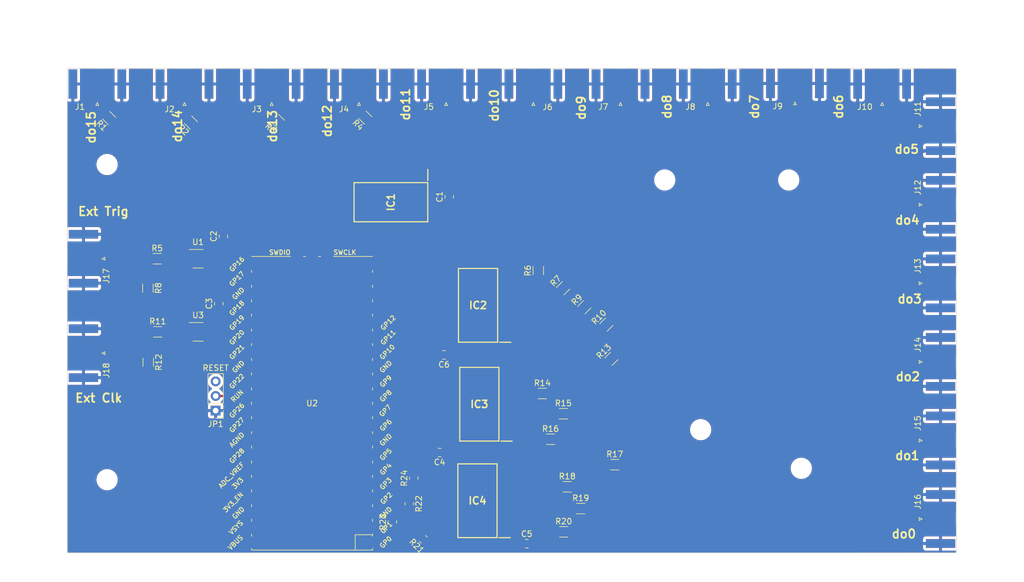
<source format=kicad_pcb>
(kicad_pcb (version 20221018) (generator pcbnew)
  (layers (0 "F.Cu" signal) (31 "B.Cu" signal) (34 "B.Paste" user) (35 "F.Paste" user) (36 "B.SilkS" user "B.Silkscreen") (37 "F.SilkS" user "F.Silkscreen") (38 "B.Mask" user) (39 "F.Mask" user) (44 "Edge.Cuts" user))
  (net 0 "")
  (net 1 "3_3V_Pico")
  (net 2 "GND")
  (net 3 "Net-(IC1-A0)")
  (net 4 "Net-(IC3-A0)")
  (net 5 "Net-(IC1-A2)")
  (net 6 "Net-(IC3-A2)")
  (net 7 "Net-(IC1-A4)")
  (net 8 "Net-(IC3-A4)")
  (net 9 "Net-(IC1-A6)")
  (net 10 "Net-(IC3-A6)")
  (net 11 "Net-(IC3-B6)")
  (net 12 "Net-(IC1-B6)")
  (net 13 "Net-(IC3-B4)")
  (net 14 "Net-(IC1-B4)")
  (net 15 "Net-(IC3-B2)")
  (net 16 "Net-(IC1-B2)")
  (net 17 "Net-(IC3-B0)")
  (net 18 "Net-(IC1-B0)")
  (net 19 "Net-(IC2-A0)")
  (net 20 "Net-(IC4-A0)")
  (net 21 "Net-(IC2-A2)")
  (net 22 "Net-(IC4-A2)")
  (net 23 "Net-(IC2-A4)")
  (net 24 "Net-(IC4-A4)")
  (net 25 "Net-(IC2-A6)")
  (net 26 "Net-(IC4-A6)")
  (net 27 "Net-(IC4-B6)")
  (net 28 "Net-(IC2-B6)")
  (net 29 "Net-(IC4-B4)")
  (net 30 "Net-(IC2-B4)")
  (net 31 "Net-(IC4-B2)")
  (net 32 "Net-(IC2-B2)")
  (net 33 "Net-(IC4-B0)")
  (net 34 "Net-(IC2-B0)")
  (net 35 "do7")
  (net 36 "do0")
  (net 37 "do15")
  (net 38 "do8")
  (net 39 "do14")
  (net 40 "do6")
  (net 41 "do9")
  (net 42 "do1")
  (net 43 "do13")
  (net 44 "do5")
  (net 45 "do10")
  (net 46 "do2")
  (net 47 "do12")
  (net 48 "do4")
  (net 49 "do3")
  (net 50 "Net-(R5-Pad2)")
  (net 51 "Net-(R11-Pad2)")
  (net 53 "Net-(U2-GPIO16)")
  (net 57 "Net-(U2-GPIO20)")
  (net 71 "Net-(JP1-C)")
  (net 72 "do11")
  (net 73 "Net-(J17-In)")
  (net 74 "Net-(J18-In)")
  (footprint "Resistor_SMD:R_1206_3216Metric_Pad1.30x1.75mm_HandSolder" (layer "F.Cu") (at 150.39 110.6424)
    (fp_text reference "R14")
    (fp_text value "49.9")
  )
  (footprint "Resistor_SMD:R_1206_3216Metric_Pad1.30x1.75mm_HandSolder" (layer "F.Cu") (at 81.944 105.215 -90)
    (fp_text reference "R12")
    (fp_text value "47k")
  )
  (footprint "Resistor_SMD:R_1206_3216Metric_Pad1.30x1.75mm_HandSolder" (layer "F.Cu") (at 162.96 123)
    (fp_text reference "R17")
    (fp_text value "49.9")
  )
  (footprint "Resistor_SMD:R_1206_3216Metric_Pad1.30x1.75mm_HandSolder" (layer "F.Cu") (at 154.03 114.15)
    (fp_text reference "R15")
    (fp_text value "49.9")
  )
  (footprint "Connector_Coaxial:SMA_Amphenol_132289_EdgeMount" (layer "F.Cu") (at 209.394448 56.9 90)
    (fp_text reference "J10")
    (fp_text value "do6")
  )
  (footprint "Connector_Coaxial:SMA_Amphenol_132289_EdgeMount" (layer "F.Cu") (at 179.105556 56.9 90)
    (fp_text reference "J8")
    (fp_text value "do8")
  )
  (footprint "Resistor_SMD:R_1206_3216Metric_Pad1.30x1.75mm_HandSolder" (layer "F.Cu") (at 161.5 98.67 45)
    (fp_text reference "R10")
    (fp_text value "49.9")
  )
  (footprint "Connector_Coaxial:SMA_Amphenol_132289_EdgeMount" (layer "F.Cu") (at 219.531948 77.866071)
    (fp_text reference "J12")
    (fp_text value "do4")
  )
  (footprint "Connector_Coaxial:SMA_Amphenol_132289_EdgeMount" (layer "F.Cu") (at 73.094448 56.9 90)
    (fp_text reference "J1")
    (fp_text value "do15")
  )
  (footprint "Connector_Coaxial:SMA_Amphenol_132289_EdgeMount" (layer "F.Cu") (at 70.694448 103.6375 180)
    (fp_text reference "J18")
    (fp_text value "Ext. Clk.")
  )
  (footprint "MCU_RaspberryPi_and_Boards:RPi_Pico_SMD" (layer "F.Cu") (at 110.394448 112.3375 180)
    (fp_text reference "U2")
    (fp_text value "Pico")
  )
  (footprint "Resistor_SMD:R_1206_3216Metric_Pad1.30x1.75mm_HandSolder" (layer "F.Cu") (at 149.68 89.3 90)
    (fp_text reference "R6")
    (fp_text value "49.9")
  )
  (footprint "MountingHole:MountingHole_3.2mm_M3" (layer "F.Cu") (at 74.8 125.61)
    (fp_text reference "REF**" hide)
    (fp_text value "MountingHole_3.2mm_M3" hide)
  )
  (footprint "Capacitor_SMD:C_0805_2012Metric_Pad1.18x1.45mm_HandSolder" (layer "F.Cu") (at 134.22 76.48 90)
    (fp_text reference "C1")
    (fp_text value "100n")
  )
  (footprint "Resistor_SMD:R_1206_3216Metric_Pad1.30x1.75mm_HandSolder" (layer "F.Cu") (at 153.98 92.37 45)
    (fp_text reference "R7")
    (fp_text value "49.9")
  )
  (footprint "Resistor_SMD:R_1206_3216Metric_Pad1.30x1.75mm_HandSolder" (layer "F.Cu") (at 104.46 63.34 135)
    (fp_text reference "R3")
    (fp_text value "49.9")
  )
  (footprint "Resistor_SMD:R_0805_2012Metric_Pad1.20x1.40mm_HandSolder" (layer "F.Cu") (at 127.28 129.79 -90)
    (fp_text reference "R22")
    (fp_text value "10k")
  )
  (footprint "Resistor_SMD:R_1206_3216Metric_Pad1.30x1.75mm_HandSolder" (layer "F.Cu") (at 75.14 62.82 135)
    (fp_text reference "R1")
    (fp_text value "49.9")
  )
  (footprint "Capacitor_SMD:C_0805_2012Metric_Pad1.18x1.45mm_HandSolder" (layer "F.Cu") (at 94.994448 83.3375 90)
    (fp_text reference "C2")
    (fp_text value "100n")
  )
  (footprint "Connector_PinHeader_2.54mm:PinHeader_1x03_P2.54mm_Vertical" (layer "F.Cu") (at 93.6498 113.6142 180)
    (fp_text reference "JP1")
    (fp_text value "RESET")
  )
  (footprint "Resistor_SMD:R_1206_3216Metric_Pad1.30x1.75mm_HandSolder" (layer "F.Cu") (at 154.71 126.85)
    (fp_text reference "R18")
    (fp_text value "49.9")
  )
  (footprint "Resistor_SMD:R_1206_3216Metric_Pad1.30x1.75mm_HandSolder" (layer "F.Cu") (at 83.494448 87.2375)
    (fp_text reference "R5")
    (fp_text value "470")
  )
  (footprint "Resistor_SMD:R_1206_3216Metric_Pad1.30x1.75mm_HandSolder" (layer "F.Cu") (at 154.09 134.67)
    (fp_text reference "R20")
    (fp_text value "49.9")
  )
  (footprint "Capacitor_SMD:C_0805_2012Metric_Pad1.18x1.45mm_HandSolder" (layer "F.Cu") (at 132.54 120.89 180)
    (fp_text reference "C4")
    (fp_text value "100n")
  )
  (footprint "Resistor_SMD:R_1206_3216Metric_Pad1.30x1.75mm_HandSolder" (layer "F.Cu") (at 157.663984 95.646016 45)
    (fp_text reference "R9")
    (fp_text value "49.9")
  )
  (footprint "Resistor_SMD:R_1206_3216Metric_Pad1.30x1.75mm_HandSolder" (layer "F.Cu") (at 83.594448 99.9375)
    (fp_text reference "R11")
    (fp_text value "470")
  )
  (footprint "Connector_Coaxial:SMA_Amphenol_132289_EdgeMount" (layer "F.Cu") (at 70.694448 87.2375 180)
    (fp_text reference "J17")
    (fp_text value "Ext. Trig.")
  )
  (footprint "Capacitor_SMD:C_0805_2012Metric_Pad1.18x1.45mm_HandSolder" (layer "F.Cu") (at 94.194448 95.0375 90)
    (fp_text reference "C3")
    (fp_text value "100n")
  )
  (footprint "MountingHole:MountingHole_3.2mm_M3" (layer "F.Cu") (at 195.35 123.63)
    (fp_text reference "REF**" hide)
    (fp_text value "MountingHole_3.2mm_M3" hide)
  )
  (footprint "MountingHole:MountingHole_3.2mm_M3" (layer "F.Cu") (at 74.8 70.88)
    (fp_text reference "REF**" hide)
    (fp_text value "MountingHole_3.2mm_M3" hide)
  )
  (footprint "Resistor_SMD:R_1206_3216Metric_Pad1.30x1.75mm_HandSolder" (layer "F.Cu") (at 157.05 130.62)
    (fp_text reference "R19")
    (fp_text value "49.9")
  )
  (footprint "MountingHole:MountingHole_3.2mm_M3" (layer "F.Cu") (at 193.17 73.56)
    (fp_text reference "REF**" hide)
    (fp_text value "MountingHole_3.2mm_M3" hide)
  )
  (footprint "ICs:SOIC127P1032X265-20N" (layer "F.Cu") (at 124.08 77.42 -90)
    (fp_text reference "IC1")
    (fp_text value "74LVT245D,118" hide)
  )
  (footprint "Connector_Coaxial:SMA_Amphenol_132289_EdgeMount" (layer "F.Cu") (at 194.25 56.8 90)
    (fp_text reference "J9")
    (fp_text value "do7")
  )
  (footprint "Package_TO_SOT_SMD:SOT-23-5_HandSoldering" (layer "F.Cu") (at 90.594448 87.2375)
    (fp_text reference "U1")
    (fp_text value "74LVC1G17")
  )
  (footprint "Connector_Coaxial:SMA_Amphenol_132289_EdgeMount" (layer "F.Cu") (at 219.531948 105.151785)
    (fp_text reference "J14")
    (fp_text value "do2")
  )
  (footprint "MountingHole:MountingHole_3.2mm_M3" (layer "F.Cu") (at 171.64 73.56)
    (fp_text reference "REF**" hide)
    (fp_text value "MountingHole_3.2mm_M3" hide)
  )
  (footprint "Connector_Coaxial:SMA_Amphenol_132289_EdgeMount" (layer "F.Cu") (at 118.52778 56.9 90)
    (fp_text reference "J4")
    (fp_text value "do12")
  )
  (footprint "Connector_Coaxial:SMA_Amphenol_132289_EdgeMount" (layer "F.Cu") (at 88.238892 56.9 90)
    (fp_text reference "J2")
    (fp_text value "do14")
  )
  (footprint "Resistor_SMD:R_0805_2012Metric_Pad1.20x1.40mm_HandSolder" (layer "F.Cu") (at 128.05 125.34 90)
    (fp_text reference "R24")
    (fp_text value "10k")
  )
  (footprint "MountingHole:MountingHole_3.2mm_M3" (layer "F.Cu") (at 177.88 116.92)
    (fp_text reference "REF**" hide)
    (fp_text value "MountingHole_3.2mm_M3" hide)
  )
  (footprint "ICs:SOIC127P1032X265-20N" (layer "F.Cu") (at 139.2174 95.3262 180)
    (fp_text reference "IC2")
    (fp_text value "74LVT245D,118" hide)
  )
  (footprint "ICs:SOIC127P1032X265-20N" (layer "F.Cu") (at 139.44 112.5 180)
    (fp_text reference "IC3")
    (fp_text value "74LVT245D,118" hide)
  )
  (footprint "ICs:SOIC127P1032X265-20N" (layer "F.Cu") (at 139.1158 129.2606 180)
    (fp_text reference "IC4")
    (fp_text value "74LVT245D,118" hide)
  )
  (footprint "Connector_Coaxial:SMA_Amphenol_132289_EdgeMount" (layer "F.Cu") (at 219.531948 132.4375)
    (fp_text reference "J16")
    (fp_text value "do0")
  )
  (footprint "Resistor_SMD:R_1206_3216Metric_Pad1.30x1.75mm_HandSolder" (layer "F.Cu") (at 81.887 92.338 -90)
    (fp_text reference "R8")
    (fp_text value "47k")
  )
  (footprint "Connector_Coaxial:SMA_Amphenol_132289_EdgeMount" (layer "F.Cu") (at 103.383336 56.9 90)
    (fp_text reference "J3")
    (fp_text value "do13")
  )
  (footprint "Connector_Coaxial:SMA_Amphenol_132289_EdgeMount" (layer "F.Cu") (at 133.672224 56.9 90)
    (fp_text reference "J5")
    (fp_text value "do11")
  )
  (footprint "Resistor_SMD:R_1206_3216Metric_Pad1.30x1.75mm_HandSolder" (layer "F.Cu") (at 151.81 118.59)
    (fp_text reference "R16")
    (fp_text value "49.9")
  )
  (footprint "Capacitor_SMD:C_0805_2012Metric_Pad1.18x1.45mm_HandSolder" (layer "F.Cu") (at 133.31 103.94 180)
    (fp_text reference "C6")
    (fp_text value "100n")
  )
  (footprint "Capacitor_SMD:C_0805_2012Metric_Pad1.18x1.45mm_HandSolder" (layer "F.Cu") (at 147.67 136.71)
    (fp_text reference "C5")
    (fp_text value "100n")
  )
  (footprint "Resistor_SMD:R_1206_3216Metric_Pad1.30x1.75mm_HandSolder" (layer "F.Cu") (at 162.35 104.63 45)
    (fp_text reference "R13")
    (fp_text value "49.9")
  )
  (footprint "Resistor_SMD:R_0805_2012Metric_Pad1.20x1.40mm_HandSolder" (layer "F.Cu") (at 129.73 135.96 135)
    (fp_text reference "R21")
    (fp_text value "10k")
  )
  (footprint "Connector_Coaxial:SMA_Amphenol_132289_EdgeMount" (layer "F.Cu") (at 148.816668 56.9 90)
    (fp_text reference "J6")
    (fp_text value "do10")
  )
  (footprint "Connector_Coaxial:SMA_Amphenol_132289_EdgeMount" (layer "F.Cu") (at 219.531948 91.508928)
    (fp_text reference "J13")
    (fp_text value "do3")
  )
  (footprint "Resistor_SMD:R_1206_3216Metric_Pad1.30x1.75mm_HandSolder" (layer "F.Cu") (at 119.64 62.73 135)
    (fp_text reference "R4")
    (fp_text value "49.9")
  )
  (footprint "Package_TO_SOT_SMD:SOT-23-5_HandSoldering" (layer "F.Cu") (at 90.594448 99.9375)
    (fp_text reference "U3")
    (fp_text value "74LVC1G34")
  )
  (footprint "Resistor_SMD:R_0805_2012Metric_Pad1.20x1.40mm_HandSolder" (layer "F.Cu") (at 124.35 132.96 90)
    (fp_text reference "R23")
    (fp_text value "10k")
  )
  (footprint "Connector_Coaxial:SMA_Amphenol_132289_EdgeMount" (layer "F.Cu") (at 219.531948 64.223214)
    (fp_text reference "J11")
    (fp_text value "do5")
  )
  (footprint "Connector_Coaxial:SMA_Amphenol_132289_EdgeMount" (layer "F.Cu") (at 163.961112 56.9 90)
    (fp_text reference "J7")
    (fp_text value "do9")
  )
  (footprint "Connector_Coaxial:SMA_Amphenol_132289_EdgeMount" (layer "F.Cu") (at 219.531948 118.794642)
    (fp_text reference "J15")
    (fp_text value "do1")
  )
  (footprint "Resistor_SMD:R_1206_3216Metric_Pad1.30x1.75mm_HandSolder" (layer "F.Cu") (at 89.36 63.6 135)
    (fp_text reference "R2")
    (fp_text value "49.9")
  )
  (gr_rect (start 67.9 54.2) (end 222.3 138.3) (stroke (width 0.1)) (fill none) (layer "Edge.Cuts"))
  (gr_text "do6" (at 202.7 63.1 90) (layer "F.SilkS") (effects (font (size 1.5 1.5) (thickness 0.3) bold) (justify left bottom)))
  (gr_text "do2" (at 211.6 108.6) (layer "F.SilkS") (effects (font (size 1.5 1.5) (thickness 0.3) bold) (justify left bottom)))
  (gr_text "do12" (at 113.9 66.3 90) (layer "F.SilkS") (effects (font (size 1.5 1.5) (thickness 0.3) bold) (justify left bottom)))
  (gr_text "do5" (at 211.4 69.1) (layer "F.SilkS") (effects (font (size 1.5 1.5) (thickness 0.3) bold) (justify left bottom)))
  (gr_text "do7" (at 188.1 63.1 90) (layer "F.SilkS") (effects (font (size 1.5 1.5) (thickness 0.3) bold) (justify left bottom)))
  (gr_text "do8" (at 172.9 63.1 90) (layer "F.SilkS") (effects (font (size 1.5 1.5) (thickness 0.3) bold) (justify left bottom)))
  (gr_text "do11" (at 127.5 63.4 90) (layer "F.SilkS") (effects (font (size 1.5 1.5) (thickness 0.3) bold) (justify left bottom)))
  (gr_text "do9" (at 158 63.3 90) (layer "F.SilkS") (effects (font (size 1.5 1.5) (thickness 0.3) bold) (justify left bottom)))
  (gr_text "Ext Clk" (at 69.1 112.3) (layer "F.SilkS") (effects (font (size 1.5 1.5) (thickness 0.3) bold) (justify left bottom)))
  (gr_text "Ext Trig" (at 69.6 79.9) (layer "F.SilkS") (effects (font (size 1.5 1.5) (thickness 0.3) bold) (justify left bottom)))
  (gr_text "do1" (at 211.5 122.3) (layer "F.SilkS") (effects (font (size 1.5 1.5) (thickness 0.3) bold) (justify left bottom)))
  (gr_text "do10" (at 142.9 63.6 90) (layer "F.SilkS") (effects (font (size 1.5 1.5) (thickness 0.3) bold) (justify left bottom)))
  (gr_text "do14" (at 87.9 67.2 90) (layer "F.SilkS") (effects (font (size 1.5 1.5) (thickness 0.3) bold) (justify left bottom)))
  (gr_text "do13" (at 104.4 67.2 90) (layer "F.SilkS") (effects (font (size 1.5 1.5) (thickness 0.3) bold) (justify left bottom)))
  (gr_text "do4" (at 211.5 81.4) (layer "F.SilkS") (effects (font (size 1.5 1.5) (thickness 0.3) bold) (justify left bottom)))
  (gr_text "do3" (at 211.9 95.1) (layer "F.SilkS") (effects (font (size 1.5 1.5) (thickness 0.3) bold) (justify left bottom)))
  (gr_text "do15" (at 72.9 67.4 90) (layer "F.SilkS") (effects (font (size 1.5 1.5) (thickness 0.3) bold) (justify left bottom)))
  (gr_text "do0" (at 210.9 135.9) (layer "F.SilkS") (effects (font (size 1.5 1.5) (thickness 0.3) bold) (justify left bottom)))
  (segment (start 90.594448 86.6375) (end 90.944448 86.2875) (width 0.4) (layer "F.Cu") (net 1))
  (segment (start 90.944448 86.2875) (end 91.944448 86.2875) (width 0.4) (layer "F.Cu") (net 1))
  (segment (start 139.16 103.99) (end 139.16 104.01) (width 0.4) (layer "F.Cu") (net 1))
  (segment (start 131.28 78.25) (end 132.895 79.865) (width 0.4) (layer "F.Cu") (net 1))
  (segment (start 92.8925 98.9875) (end 94.194448 97.685552) (width 0.4) (layer "F.Cu") (net 1))
  (segment (start 91.944448 98.9875) (end 92.8925 98.9875) (width 0.4) (layer "F.Cu") (net 1))
  (segment (start 139.16 103.33) (end 139.16 103.99) (width 0.4) (layer "F.Cu") (net 1))
  (segment (start 134.22 78.54) (end 132.895 79.865) (width 0.4) (layer "F.Cu") (net 1))
  (segment (start 137.8944 134.9756) (end 134.3908 134.9756) (width 0.4) (layer "F.Cu") (net 1))
  (segment (start 102.5 78.25) (end 129.75 78.25) (width 0.4) (layer "F.Cu") (net 1))
  (segment (start 94.994448 85.575552) (end 94.994448 84.375) (width 0.4) (layer "F.Cu") (net 1))
  (segment (start 139.16 101.02) (end 139.16 103.33) (width 0.4) (layer "F.Cu") (net 1))
  (segment (start 139.09 103.94) (end 139.16 104.01) (width 0.4) (layer "F.Cu") (net 1))
  (segment (start 134.22 77.5175) (end 134.22 78.54) (width 0.4) (layer "F.Cu") (net 1))
  (segment (start 134.715 118.215) (end 134.7624 118.2624) (width 0.4) (layer "F.Cu") (net 1))
  (segment (start 101.504448 126.3075) (end 101.474448 126.3375) (width 0.4) (layer "F.Cu") (net 1))
  (segment (start 90.594448 121.6375) (end 90.594448 99.2375) (width 0.4) (layer "F.Cu") (net 1))
  (segment (start 134.4924 101.0412) (end 139.1388 101.0412) (width 0.4) (layer "F.Cu") (net 1))
  (segment (start 139.6288 136.71) (end 137.8944 134.9756) (width 0.4) (layer "F.Cu") (net 1))
  (segment (start 139.16 120.91) (end 139.16 133.71) (width 0.4) (layer "F.Cu") (net 1))
  (segment (start 94.994448 84.375) (end 96.375 84.375) (width 0.4) (layer "F.Cu") (net 1))
  (segment (start 132.895 79.865) (end 139.16 86.13) (width 0.4) (layer "F.Cu") (net 1))
  (segment (start 91.944448 86.2875) (end 94.2825 86.2875) (width 0.4) (layer "F.Cu") (net 1))
  (segment (start 139.1388 101.0412) (end 139.16 101.02) (width 0.4) (layer "F.Cu") (net 1))
  (segment (start 139.16 86.13) (end 139.16 101.02) (width 0.4) (layer "F.Cu") (net 1))
  (segment (start 129.795 78.295) (end 129.75 78.25) (width 0.4) (layer "F.Cu") (net 1))
  (segment (start 95.294448 126.3375) (end 90.594448 121.6375) (width 0.4) (layer "F.Cu") (net 1))
  (segment (start 90.594448 99.2375) (end 90.594448 86.6375) (width 0.4) (layer "F.Cu") (net 1))
  (segment (start 94.2825 86.2875) (end 94.994448 85.575552) (width 0.4) (layer "F.Cu") (net 1))
  (segment (start 139.1076 118.2624) (end 139.16 118.21) (width 0.4) (layer "F.Cu") (net 1))
  (segment (start 139.16 104.01) (end 139.16 118.21) (width 0.4) (layer "F.Cu") (net 1))
  (segment (start 146.6325 136.71) (end 139.6288 136.71) (width 0.4) (layer "F.Cu") (net 1))
  (segment (start 129.795 82.145) (end 129.795 78.295) (width 0.4) (layer "F.Cu") (net 1))
  (segment (start 134.7624 118.2624) (end 139.1076 118.2624) (width 0.4) (layer "F.Cu") (net 1))
  (segment (start 94.194448 97.685552) (end 94.194448 96.075) (width 0.4) (layer "F.Cu") (net 1))
  (segment (start 101.474448 126.3375) (end 95.294448 126.3375) (width 0.4) (layer "F.Cu") (net 1))
  (segment (start 139.16 118.21) (end 139.16 120.41) (width 0.4) (layer "F.Cu") (net 1))
  (segment (start 90.844448 98.9875) (end 91.944448 98.9875) (width 0.4) (layer "F.Cu") (net 1))
  (segment (start 90.594448 99.2375) (end 90.844448 98.9875) (width 0.4) (layer "F.Cu") (net 1))
  (segment (start 96.375 84.375) (end 102.5 78.25) (width 0.4) (layer "F.Cu") (net 1))
  (segment (start 139.16 120.41) (end 139.16 120.91) (width 0.4) (layer "F.Cu") (net 1))
  (segment (start 133.5775 120.89) (end 133.5875 120.88) (width 0.4) (layer "F.Cu") (net 1))
  (segment (start 134.3475 103.94) (end 139.09 103.94) (width 0.4) (layer "F.Cu") (net 1))
  (segment (start 139.16 133.71) (end 137.8944 134.9756) (width 0.4) (layer "F.Cu") (net 1))
  (segment (start 129.75 78.25) (end 131.28 78.25) (width 0.4) (layer "F.Cu") (net 1))
  (segment (start 133.5875 120.88) (end 139.16 120.88) (width 0.4) (layer "F.Cu") (net 1))
  (segment (start 216.65 68.67) (end 216.846786 68.473214) (width 0.4) (layer "F.Cu") (net 2))
  (segment (start 219.531948 68.473214) (end 216.846786 68.473214) (width 0.4) (layer "F.Cu") (net 2))
  (segment (start 128.525 72.695) (end 128.525 71.488984) (width 0.4) (layer "F.Cu") (net 3))
  (segment (start 120.736016 63.826016) (end 127.09 70.18) (width 0.4) (layer "F.Cu") (net 3))
  (segment (start 127.216016 72.656016) (end 127.255 72.695) (width 0.4) (layer "F.Cu") (net 3))
  (segment (start 127.09 70.18) (end 127.216016 70.18) (width 0.4) (layer "F.Cu") (net 3))
  (segment (start 127.216016 70.18) (end 127.216016 72.656016) (width 0.4) (layer "F.Cu") (net 3))
  (segment (start 128.525 71.488984) (end 127.216016 70.18) (width 0.4) (layer "F.Cu") (net 3))
  (segment (start 145.865 115.675) (end 144.165 115.675) (width 0.4) (layer "F.Cu") (net 4))
  (segment (start 147.58 117.39) (end 145.865 115.675) (width 0.4) (layer "F.Cu") (net 4))
  (segment (start 147.135 116.945) (end 147.58 117.39) (width 0.4) (layer "F.Cu") (net 4))
  (segment (start 150.12 118.73) (end 148.92 118.73) (width 0.4) (layer "F.Cu") (net 4))
  (segment (start 144.165 116.945) (end 147.135 116.945) (width 0.4) (layer "F.Cu") (net 4))
  (segment (start 150.26 118.59) (end 150.12 118.73) (width 0.4) (layer "F.Cu") (net 4))
  (segment (start 148.92 118.73) (end 147.58 117.39) (width 0.4) (layer "F.Cu") (net 4))
  (segment (start 105.556016 64.436016) (end 117.676016 64.436016) (width 0.4) (layer "F.Cu") (net 5))
  (segment (start 123.35 70.11) (end 124.715 71.475) (width 0.4) (layer "F.Cu") (net 5))
  (segment (start 124.715 71.475) (end 124.715 72.695) (width 0.4) (layer "F.Cu") (net 5))
  (segment (start 124.86 70.11) (end 123.35 70.11) (width 0.4) (layer "F.Cu") (net 5))
  (segment (start 117.676016 64.436016) (end 123.35 70.11) (width 0.4) (layer "F.Cu") (net 5))
  (segment (start 125.985 72.695) (end 125.985 71.235) (width 0.4) (layer "F.Cu") (net 5))
  (segment (start 125.985 71.235) (end 124.86 70.11) (width 0.4) (layer "F.Cu") (net 5))
  (segment (start 146.975 114.405) (end 147.23 114.15) (width 0.4) (layer "F.Cu") (net 6))
  (segment (start 147.23 114.15) (end 146.215 113.135) (width 0.4) (layer "F.Cu") (net 6))
  (segment (start 152.48 114.15) (end 147.23 114.15) (width 0.4) (layer "F.Cu") (net 6))
  (segment (start 146.215 113.135) (end 144.165 113.135) (width 0.4) (layer "F.Cu") (net 6))
  (segment (start 144.165 114.405) (end 146.975 114.405) (width 0.4) (layer "F.Cu") (net 6))
  (segment (start 121.2 70.61) (end 96.37 70.61) (width 0.4) (layer "F.Cu") (net 7))
  (segment (start 122.5 70.61) (end 121.2 70.61) (width 0.4) (layer "F.Cu") (net 7))
  (segment (start 123.445 72.695) (end 123.445 71.555) (width 0.4) (layer "F.Cu") (net 7))
  (segment (start 121.2 70.61) (end 122.175 71.585) (width 0.4) (layer "F.Cu") (net 7))
  (segment (start 122.175 71.585) (end 122.175 72.695) (width 0.4) (layer "F.Cu") (net 7))
  (segment (start 123.445 71.555) (end 122.5 70.61) (width 0.4) (layer "F.Cu") (net 7))
  (segment (start 96.37 70.61) (end 90.456016 64.696016) (width 0.4) (layer "F.Cu") (net 7))
  (segment (start 144.2124 110.6424) (end 144.165 110.595) (width 0.4) (layer "F.Cu") (net 8))
  (segment (start 148.8176 110.6424) (end 144.2124 110.6424) (width 0.4) (layer "F.Cu") (net 8))
  (segment (start 145.2974 111.865) (end 146.52 110.6424) (width 0.4) (layer "F.Cu") (net 8))
  (segment (start 144.165 111.865) (end 145.2974 111.865) (width 0.4) (layer "F.Cu") (net 8))
  (segment (start 76.236016 63.916016) (end 87 74.68) (width 0.4) (layer "F.Cu") (net 9))
  (segment (start 120.905 72.695) (end 120.905 74.155) (width 0.4) (layer "F.Cu") (net 9))
  (segment (start 120.905 74.155) (end 120.37 74.69) (width 0.4) (layer "F.Cu") (net 9))
  (segment (start 119.635 74.07) (end 119.635 72.695) (width 0.4) (layer "F.Cu") (net 9))
  (segment (start 119.025 74.68) (end 119.635 74.07) (width 0.4) (layer "F.Cu") (net 9))
  (segment (start 87 74.68) (end 119.025 74.68) (width 0.4) (layer "F.Cu") (net 9))
  (segment (start 120.36 74.68) (end 119.025 74.68) (width 0.4) (layer "F.Cu") (net 9))
  (segment (start 120.37 74.69) (end 120.36 74.68) (width 0.4) (layer "F.Cu") (net 9))
  (segment (start 146.93 108.1024) (end 147.39 107.6424) (width 0.4) (layer "F.Cu") (net 10))
  (segment (start 147.39 107.6424) (end 147.39 107.64) (width 0.4) (layer "F.Cu") (net 10))
  (segment (start 145.7074 109.325) (end 146.93 108.1024) (width 0.4) (layer "F.Cu") (net 10))
  (segment (start 159.69 107.29) (end 147.74 107.29) (width 0.4) (layer "F.Cu") (net 10))
  (segment (start 144.165 108.055) (end 144.2124 108.1024) (width 0.4) (layer "F.Cu") (net 10))
  (segment (start 144.2124 108.1024) (end 146.93 108.1024) (width 0.4) (layer "F.Cu") (net 10))
  (segment (start 147.74 107.29) (end 147.39 107.64) (width 0.4) (layer "F.Cu") (net 10))
  (segment (start 144.165 109.325) (end 145.7074 109.325) (width 0.4) (layer "F.Cu") (net 10))
  (segment (start 161.253984 105.726016) (end 159.69 107.29) (width 0.4) (layer "F.Cu") (net 10))
  (segment (start 134.715 106.785) (end 133.0574 106.785) (width 0.4) (layer "F.Cu") (net 11))
  (segment (start 134.6676 108.1024) (end 132.2724 108.1024) (width 0.4) (layer "F.Cu") (net 11))
  (segment (start 131.74 108.1024) (end 132.2724 108.1024) (width 0.4) (layer "F.Cu") (net 11))
  (segment (start 130.6176 108.1024) (end 125.1125 113.6075) (width 0.4) (layer "F.Cu") (net 11))
  (segment (start 134.715 108.055) (end 134.6676 108.1024) (width 0.4) (layer "F.Cu") (net 11))
  (segment (start 133.0574 106.785) (end 131.74 108.1024) (width 0.4) (layer "F.Cu") (net 11))
  (segment (start 125.1125 113.6075) (end 119.284448 113.6075) (width 0.4) (layer "F.Cu") (net 11))
  (segment (start 132.2724 108.1024) (end 130.6176 108.1024) (width 0.4) (layer "F.Cu") (net 11))
  (segment (start 119.635 83.52) (end 118.365 84.79) (width 0.4) (layer "F.Cu") (net 12))
  (segment (start 118.365 87.288052) (end 118.365 84.79) (width 0.4) (layer "F.Cu") (net 12))
  (segment (start 119.635 82.145) (end 119.635 83.52) (width 0.4) (layer "F.Cu") (net 12))
  (segment (start 118.365 84.79) (end 118.365 82.145) (width 0.4) (layer "F.Cu") (net 12))
  (segment (start 119.284448 88.2075) (end 118.365 87.288052) (width 0.4) (layer "F.Cu") (net 12))
  (segment (start 130.85 111.09) (end 131.3 110.64) (width 0.4) (layer "F.Cu") (net 13))
  (segment (start 134.715 110.595) (end 131.345 110.595) (width 0.4) (layer "F.Cu") (net 13))
  (segment (start 125.7925 116.1475) (end 130.85 111.09) (width 0.4) (layer "F.Cu") (net 13))
  (segment (start 131.345 110.595) (end 130.85 111.09) (width 0.4) (layer "F.Cu") (net 13))
  (segment (start 119.284448 116.1475) (end 125.7925 116.1475) (width 0.4) (layer "F.Cu") (net 13))
  (segment (start 134.715 109.325) (end 132.615 109.325) (width 0.4) (layer "F.Cu") (net 13))
  (segment (start 132.615 109.325) (end 131.3 110.64) (width 0.4) (layer "F.Cu") (net 13))
  (segment (start 120.905 83.965) (end 122.46 85.52) (width 0.4) (layer "F.Cu") (net 14))
  (segment (start 121.071948 90.72) (end 121.044448 90.7475) (width 0.4) (layer "F.Cu") (net 14))
  (segment (start 120.905 82.145) (end 120.905 83.965) (width 0.4) (layer "F.Cu") (net 14))
  (segment (start 122.77 85.83) (end 122.77 90.72) (width 0.4) (layer "F.Cu") (net 14))
  (segment (start 122.46 85.52) (end 122.77 85.83) (width 0.4) (layer "F.Cu") (net 14))
  (segment (start 122.175 85.235) (end 122.46 85.52) (width 0.4) (layer "F.Cu") (net 14))
  (segment (start 121.044448 90.7475) (end 119.284448 90.7475) (width 0.4) (layer "F.Cu") (net 14))
  (segment (start 122.77 90.72) (end 121.071948 90.72) (width 0.4) (layer "F.Cu") (net 14))
  (segment (start 122.175 82.145) (end 122.175 85.235) (width 0.4) (layer "F.Cu") (net 14))
  (segment (start 134.715 111.865) (end 133.105 111.865) (width 0.4) (layer "F.Cu") (net 15))
  (segment (start 131.49 113.48) (end 123.7425 121.2275) (width 0.4) (layer "F.Cu") (net 15))
  (segment (start 134.715 113.135) (end 131.835 113.135) (width 0.4) (layer "F.Cu") (net 15))
  (segment (start 123.7425 121.2275) (end 119.284448 121.2275) (width 0.4) (layer "F.Cu") (net 15))
  (segment (start 133.105 111.865) (end 131.49 113.48) (width 0.4) (layer "F.Cu") (net 15))
  (segment (start 131.835 113.135) (end 131.49 113.48) (width 0.4) (layer "F.Cu") (net 15))
  (segment (start 121.044448 95.8275) (end 121.046948 95.83) (width 0.4) (layer "F.Cu") (net 16))
  (segment (start 121.046948 95.83) (end 122.46 95.83) (width 0.4) (layer "F.Cu") (net 16))
  (segment (start 123.445 83.9) (end 124.715 85.17) (width 0.4) (layer "F.Cu") (net 16))
  (segment (start 119.284448 95.8275) (end 121.044448 95.8275) (width 0.4) (layer "F.Cu") (net 16))
  (segment (start 124.715 93.575) (end 124.715 85.17) (width 0.4) (layer "F.Cu") (net 16))
  (segment (start 123.445 82.145) (end 123.445 83.9) (width 0.4) (layer "F.Cu") (net 16))
  (segment (start 122.46 95.83) (end 124.715 93.575) (width 0.4) (layer "F.Cu") (net 16))
  (segment (start 124.715 85.17) (end 124.715 82.145) (width 0.4) (layer "F.Cu") (net 16))
  (segment (start 134.715 114.405) (end 133.495 114.405) (width 0.4) (layer "F.Cu") (net 17))
  (segment (start 133.495 114.405) (end 132.1776 115.7224) (width 0.4) (layer "F.Cu") (net 17))
  (segment (start 132.1776 115.7224) (end 124.1325 123.7675) (width 0.4) (layer "F.Cu") (net 17))
  (segment (start 124.1325 123.7675) (end 119.284448 123.7675) (width 0.4) (layer "F.Cu") (net 17))
  (segment (start 134.6676 115.7224) (end 132.1776 115.7224) (width 0.4) (layer "F.Cu") (net 17))
  (segment (start 134.715 115.675) (end 134.6676 115.7224) (width 0.4) (layer "F.Cu") (net 17))
  (segment (start 127.25 85.135) (end 127.255 85.13) (width 0.4) (layer "F.Cu") (net 18))
  (segment (start 125.985 82.145) (end 125.985 83.86) (width 0.4) (layer "F.Cu") (net 18))
  (segment (start 125.985 83.86) (end 127.255 85.13) (width 0.4) (layer "F.Cu") (net 18))
  (segment (start 127.255 85.14) (end 127.25 85.135) (width 0.4) (layer "F.Cu") (net 18))
  (segment (start 127.255 85.13) (end 127.255 82.145) (width 0.4) (layer "F.Cu") (net 18))
  (segment (start 122.2825 98.3675) (end 127.255 93.4) (width 0.4) (layer "F.Cu") (net 18))
  (segment (start 127.255 93.4) (end 127.255 85.14) (width 0.4) (layer "F.Cu") (net 18))
  (segment (start 119.284448 98.3675) (end 122.2825 98.3675) (width 0.4) (layer "F.Cu") (net 18))
  (segment (start 145.795184 98.5012) (end 147.06 99.766016) (width 0.4) (layer "F.Cu") (net 19))
  (segment (start 159.52 100.65) (end 147.943984 100.65) (width 0.4) (layer "F.Cu") (net 19))
  (segment (start 143.9424 98.5012) (end 145.795184 98.5012) (width 0.4) (layer "F.Cu") (net 19))
  (segment (start 147.06 99.766016) (end 143.947584 99.766016) (width 0.4) (layer "F.Cu") (net 19))
  (segment (start 160.403984 99.766016) (end 159.52 100.65) (width 0.4) (layer "F.Cu") (net 19))
  (segment (start 143.947584 99.766016) (end 143.9424 99.7712) (width 0.4) (layer "F.Cu") (net 19))
  (segment (start 147.943984 100.65) (end 147.06 99.766016) (width 0.4) (layer "F.Cu") (net 19))
  (segment (start 152.54 134.67) (end 152.45 134.76) (width 0.4) (layer "F.Cu") (net 20))
  (segment (start 152.45 134.76) (end 150.86 134.76) (width 0.4) (layer "F.Cu") (net 20))
  (segment (start 149.87 133.77) (end 147.62 133.77) (width 0.4) (layer "F.Cu") (net 20))
  (segment (start 146.2856 132.4356) (end 147.62 133.77) (width 0.4) (layer "F.Cu") (net 20))
  (segment (start 150.86 134.76) (end 149.87 133.77) (width 0.4) (layer "F.Cu") (net 20))
  (segment (start 143.8408 132.4356) (end 146.2856 132.4356) (width 0.4) (layer "F.Cu") (net 20))
  (segment (start 143.9052 133.77) (end 143.8408 133.7056) (width 0.4) (layer "F.Cu") (net 20))
  (segment (start 147.62 133.77) (end 143.9052 133.77) (width 0.4) (layer "F.Cu") (net 20))
  (segment (start 143.9424 95.9612) (end 145.48 95.9612) (width 0.4) (layer "F.Cu") (net 21))
  (segment (start 146.75 97.2312) (end 147.0488 97.53) (width 0.4) (layer "F.Cu") (net 21))
  (segment (start 145.48 95.9612) (end 146.75 97.2312) (width 0.4) (layer "F.Cu") (net 21))
  (segment (start 155.78 97.53) (end 156.567968 96.742032) (width 0.4) (layer "F.Cu") (net 21))
  (segment (start 143.9424 97.2312) (end 146.75 97.2312) (width 0.4) (layer "F.Cu") (net 21))
  (segment (start 147.0488 97.53) (end 155.78 97.53) (width 0.4) (layer "F.Cu") (net 21))
  (segment (start 155.38 130.74) (end 146.8 130.74) (width 0.4) (layer "F.Cu") (net 22))
  (segment (start 145.9556 129.8956) (end 146.55 130.49) (width 0.4) (layer "F.Cu") (net 22))
  (segment (start 143.8408 129.8956) (end 145.9556 129.8956) (width 0.4) (layer "F.Cu") (net 22))
  (segment (start 146.55 130.49) (end 145.8744 131.1656) (width 0.4) (layer "F.Cu") (net 22))
  (segment (start 155.5 130.62) (end 155.38 130.74) (width 0.4) (layer "F.Cu") (net 22))
  (segment (start 146.8 130.74) (end 146.55 130.49) (width 0.4) (layer "F.Cu") (net 22))
  (segment (start 145.8744 131.1656) (end 143.8408 131.1656) (width 0.4) (layer "F.Cu") (net 22))
  (segment (start 143.9424 94.6912) (end 146.64 94.6912) (width 0.4) (layer "F.Cu") (net 23))
  (segment (start 151.6588 94.6912) (end 152.883984 93.466016) (width 0.4) (layer "F.Cu") (net 23))
  (segment (start 143.9424 93.4212) (end 145.37 93.4212) (width 0.4) (layer "F.Cu") (net 23))
  (segment (start 146.64 94.6912) (end 151.6588 94.6912) (width 0.4) (layer "F.Cu") (net 23))
  (segment (start 145.37 93.4212) (end 146.64 94.6912) (width 0.4) (layer "F.Cu") (net 23))
  (segment (start 153.16 126.85) (end 153.13 126.82) (width 0.4) (layer "F.Cu") (net 24))
  (segment (start 148.98 126.82) (end 147.96 127.84) (width 0.4) (layer "F.Cu") (net 24))
  (segment (start 146.45 127.84) (end 146.36 127.93) (width 0.4) (layer "F.Cu") (net 24))
  (segment (start 143.8408 127.3556) (end 145.7856 127.3556) (width 0.4) (layer "F.Cu") (net 24))
  (segment (start 145.6644 128.6256) (end 143.8408 128.6256) (width 0.4) (layer "F.Cu") (net 24))
  (segment (start 146.36 127.93) (end 145.6644 128.6256) (width 0.4) (layer "F.Cu") (net 24))
  (segment (start 147.96 127.84) (end 146.45 127.84) (width 0.4) (layer "F.Cu") (net 24))
  (segment (start 153.13 126.82) (end 148.98 126.82) (width 0.4) (layer "F.Cu") (net 24))
  (segment (start 145.7856 127.3556) (end 146.36 127.93) (width 0.4) (layer "F.Cu") (net 24))
  (segment (start 146.94 90.8812) (end 149.6488 90.8812) (width 0.4) (layer "F.Cu") (net 25))
  (segment (start 149.6488 90.8812) (end 149.68 90.85) (width 0.4) (layer "F.Cu") (net 25))
  (segment (start 145.67 92.1512) (end 146.94 90.8812) (width 0.4) (layer "F.Cu") (net 25))
  (segment (start 143.9424 92.1512) (end 145.67 92.1512) (width 0.4) (layer "F.Cu") (net 25))
  (segment (start 143.9424 90.8812) (end 146.94 90.8812) (width 0.4) (layer "F.Cu") (net 25))
  (segment (start 146.77 124.87) (end 143.8952 124.87) (width 0.4) (layer "F.Cu") (net 26))
  (segment (start 143.8952 124.87) (end 143.8408 124.8156) (width 0.4) (layer "F.Cu") (net 26))
  (segment (start 145.5544 126.0856) (end 146.77 124.87) (width 0.4) (layer "F.Cu") (net 26))
  (segment (start 143.8408 126.0856) (end 145.5544 126.0856) (width 0.4) (layer "F.Cu") (net 26))
  (segment (start 161.41 123) (end 148.55 123) (width 0.4) (layer "F.Cu") (net 26))
  (segment (start 148.55 123) (end 146.77 124.78) (width 0.4) (layer "F.Cu") (net 26))
  (segment (start 146.77 124.78) (end 146.77 124.87) (width 0.4) (layer "F.Cu") (net 26))
  (segment (start 130.4925 126.3075) (end 119.284448 126.3075) (width 0.4) (layer "F.Cu") (net 27))
  (segment (start 131.9844 124.8156) (end 130.4925 126.3075) (width 0.4) (layer "F.Cu") (net 27))
  (segment (start 133.2544 123.5456) (end 131.9844 124.8156) (width 0.4) (layer "F.Cu") (net 27))
  (segment (start 134.3908 124.8156) (end 131.9844 124.8156) (width 0.4) (layer "F.Cu") (net 27))
  (segment (start 134.3908 123.5456) (end 133.2544 123.5456) (width 0.4) (layer "F.Cu") (net 27))
  (segment (start 121.9125 100.9075) (end 119.284448 100.9075) (width 0.4) (layer "F.Cu") (net 28))
  (segment (start 134.4924 90.8812) (end 131.9388 90.8812) (width 0.4) (layer "F.Cu") (net 28))
  (segment (start 134.4924 89.6112) (end 133.2088 89.6112) (width 0.4) (layer "F.Cu") (net 28))
  (segment (start 133.2088 89.6112) (end 121.9125 100.9075) (width 0.4) (layer "F.Cu") (net 28))
  (segment (start 131.6144 127.3556) (end 134.3908 127.3556) (width 0.4) (layer "F.Cu") (net 29))
  (segment (start 130.1225 128.8475) (end 131.6144 127.3556) (width 0.4) (layer "F.Cu") (net 29))
  (segment (start 132.8844 126.0856) (end 131.6144 127.3556) (width 0.4) (layer "F.Cu") (net 29))
  (segment (start 119.284448 128.8475) (end 130.1225 128.8475) (width 0.4) (layer "F.Cu") (net 29))
  (segment (start 134.3908 126.0856) (end 132.8844 126.0856) (width 0.4) (layer "F.Cu") (net 29))
  (segment (start 131.45 93.82) (end 133.1188 92.1512) (width 0.4) (layer "F.Cu") (net 30))
  (segment (start 134.4924 93.4212) (end 131.8488 93.4212) (width 0.4) (layer "F.Cu") (net 30))
  (segment (start 133.1188 92.1512) (end 134.4924 92.1512) (width 0.4) (layer "F.Cu") (net 30))
  (segment (start 121.8225 103.4475) (end 131.45 93.82) (width 0.4) (layer "F.Cu") (net 30))
  (segment (start 131.8488 93.4212) (end 131.45 93.82) (width 0.4) (layer "F.Cu") (net 30))
  (segment (start 119.284448 103.4475) (end 121.8225 103.4475) (width 0.4) (layer "F.Cu") (net 30))
  (segment (start 131.4944 129.8956) (end 127.4625 133.9275) (width 0.4) (layer "F.Cu") (net 31))
  (segment (start 134.3908 128.6256) (end 132.7644 128.6256) (width 0.4) (layer "F.Cu") (net 31))
  (segment (start 127.4625 133.9275) (end 119.284448 133.9275) (width 0.4) (layer "F.Cu") (net 31))
  (segment (start 134.3908 129.8956) (end 131.4944 129.8956) (width 0.4) (layer "F.Cu") (net 31))
  (segment (start 132.7644 128.6256) (end 131.4944 129.8956) (width 0.4) (layer "F.Cu") (net 31))
  (segment (start 123.0025 108.5275) (end 119.284448 108.5275) (width 0.4) (layer "F.Cu") (net 32))
  (segment (start 131.6688 95.9612) (end 131.115 96.515) (width 0.4) (layer "F.Cu") (net 32))
  (segment (start 128.13 103.4) (end 123.0025 108.5275) (width 0.4) (layer "F.Cu") (net 32))
  (segment (start 128.13 99.5) (end 128.13 103.4) (width 0.4) (layer "F.Cu") (net 32))
  (segment (start 132.9388 94.6912) (end 131.115 96.515) (width 0.4) (layer "F.Cu") (net 32))
  (segment (start 131.115 96.515) (end 128.13 99.5) (width 0.4) (layer "F.Cu") (net 32))
  (segment (start 134.4924 94.6912) (end 132.9388 94.6912) (width 0.4) (layer "F.Cu") (net 32))
  (segment (start 134.4924 95.9612) (end 131.6688 95.9612) (width 0.4) (layer "F.Cu") (net 32))
  (segment (start 131.7644 132.4356) (end 133.0344 131.1656) (width 0.4) (layer "F.Cu") (net 33))
  (segment (start 127.7325 136.4675) (end 119.284448 136.4675) (width 0.4) (layer "F.Cu") (net 33))
  (segment (start 131.7644 132.4356) (end 127.7325 136.4675) (width 0.4) (layer "F.Cu") (net 33))
  (segment (start 133.0344 131.1656) (end 134.3908 131.1656) (width 0.4) (layer "F.Cu") (net 33))
  (segment (start 134.3908 132.4356) (end 131.7644 132.4356) (width 0.4) (layer "F.Cu") (net 33))
  (segment (start 134.4924 97.2312) (end 132.9288 97.2312) (width 0.4) (layer "F.Cu") (net 34))
  (segment (start 123.7025 111.0675) (end 130.31 104.46) (width 0.4) (layer "F.Cu") (net 34))
  (segment (start 132.9288 97.2312) (end 131.6588 98.5012) (width 0.4) (layer "F.Cu") (net 34))
  (segment (start 119.284448 111.0675) (end 123.7025 111.0675) (width 0.4) (layer "F.Cu") (net 34))
  (segment (start 130.31 99.85) (end 131.6588 98.5012) (width 0.4) (layer "F.Cu") (net 34))
  (segment (start 131.6588 98.5012) (end 134.4924 98.5012) (width 0.4) (layer "F.Cu") (net 34))
  (segment (start 130.31 104.46) (end 130.31 99.85) (width 0.4) (layer "F.Cu") (net 34))
  (segment (start 163.446016 103.533984) (end 187.48 79.5) (width 0.93) (layer "F.Cu") (net 35))
  (segment (start 187.48 71.62) (end 194.25 64.85) (width 0.93) (layer "F.Cu") (net 35))
  (segment (start 194.25 64.85) (end 194.25 56.8) (width 0.93) (layer "F.Cu") (net 35))
  (segment (start 187.48 79.5) (end 187.48 71.62) (width 0.93) (layer "F.Cu") (net 35))
  (segment (start 155.7 134.73) (end 212.09 134.73) (width 0.93) (layer "F.Cu") (net 36))
  (segment (start 155.64 134.67) (end 155.7 134.73) (width 0.93) (layer "F.Cu") (net 36))
  (segment (start 212.09 134.73) (end 214.3825 132.4375) (width 0.93) (layer "F.Cu") (net 36))
  (segment (start 214.3825 132.4375) (end 219.531948 132.4375) (width 0.93) (layer "F.Cu") (net 36))
  (segment (start 73.11 59.92) (end 73.11 63.96) (width 0.93) (layer "F.Cu") (net 37))
  (segment (start 73.094448 59.904448) (end 73.11 59.92) (width 0.93) (layer "F.Cu") (net 37))
  (segment (start 73.094448 56.9) (end 73.094448 59.904448) (width 0.93) (layer "F.Cu") (net 37))
  (segment (start 179.105556 81.064444) (end 162.596016 97.573984) (width 0.93) (layer "F.Cu") (net 38))
  (segment (start 179.105556 56.9) (end 179.105556 81.064444) (width 0.93) (layer "F.Cu") (net 38))
  (segment (start 88.238892 60.028892) (end 88.263984 60.053984) (width 0.93) (layer "F.Cu") (net 39))
  (segment (start 88.263984 60.053984) (end 88.263984 62.503984) (width 0.93) (layer "F.Cu") (net 39))
  (segment (start 88.238892 56.9) (end 88.238892 60.028892) (width 0.93) (layer "F.Cu") (net 39))
  (segment (start 151.94 110.62) (end 163.52 110.62) (width 0.93) (layer "F.Cu") (net 40))
  (segment (start 209.394448 64.745552) (end 209.394448 56.9) (width 0.93) (layer "F.Cu") (net 40))
  (segment (start 163.52 110.62) (end 209.394448 64.745552) (width 0.93) (layer "F.Cu") (net 40))
  (segment (start 163.95 89.37) (end 163.961112 89.358888) (width 0.93) (layer "F.Cu") (net 41))
  (segment (start 163.961112 89.358888) (end 163.961112 56.9) (width 0.93) (layer "F.Cu") (net 41))
  (segment (start 158.76 94.55) (end 163.94 89.37) (width 0.93) (layer "F.Cu") (net 41))
  (segment (start 163.94 89.37) (end 163.95 89.37) (width 0.93) (layer "F.Cu") (net 41))
  (segment (start 197.37 130.57) (end 158.65 130.57) (width 0.93) (layer "F.Cu") (net 42))
  (segment (start 198.32 129.62) (end 197.37 130.57) (width 0.93) (layer "F.Cu") (net 42))
  (segment (start 198.32 129.55) (end 198.32 129.62) (width 0.93) (layer "F.Cu") (net 42))
  (segment (start 219.531948 118.794642) (end 209.075358 118.794642) (width 0.93) (layer "F.Cu") (net 42))
  (segment (start 158.65 130.57) (end 158.6 130.62) (width 0.93) (layer "F.Cu") (net 42))
  (segment (start 209.075358 118.794642) (end 198.32 129.55) (width 0.93) (layer "F.Cu") (net 42))
  (segment (start 103.383336 59.973336) (end 103.363984 59.992688) (width 0.93) (layer "F.Cu") (net 43))
  (segment (start 103.383336 56.9) (end 103.383336 59.973336) (width 0.93) (layer "F.Cu") (net 43))
  (segment (start 103.363984 59.992688) (end 103.363984 62.243984) (width 0.93) (layer "F.Cu") (net 43))
  (segment (start 215.086786 64.223214) (end 165.16 114.15) (width 0.93) (layer "F.Cu") (net 44))
  (segment (start 219.531948 64.223214) (end 215.086786 64.223214) (width 0.93) (layer "F.Cu") (net 44))
  (segment (start 165.16 114.15) (end 155.58 114.15) (width 0.93) (layer "F.Cu") (net 44))
  (segment (start 155.076016 69.516016) (end 148.816668 63.256668) (width 0.93) (layer "F.Cu") (net 45))
  (segment (start 148.816668 63.256668) (end 148.816668 56.9) (width 0.93) (layer "F.Cu") (net 45))
  (segment (start 155.076016 91.273984) (end 155.076016 69.516016) (width 0.93) (layer "F.Cu") (net 45))
  (segment (start 156.32 126.79) (end 156.26 126.85) (width 0.93) (layer "F.Cu") (net 46))
  (segment (start 212.671785 105.151785) (end 212.64 105.12) (width 0.93) (layer "F.Cu") (net 46))
  (segment (start 212.64 105.12) (end 205.13 105.12) (width 0.93) (layer "F.Cu") (net 46))
  (segment (start 219.531948 105.151785) (end 212.671785 105.151785) (width 0.93) (layer "F.Cu") (net 46))
  (segment (start 205.13 105.12) (end 183.46 126.79) (width 0.93) (layer "F.Cu") (net 46))
  (segment (start 183.46 126.79) (end 156.32 126.79) (width 0.93) (layer "F.Cu") (net 46))
  (segment (start 118.52778 59.89778) (end 118.543984 59.913984) (width 0.93) (layer "F.Cu") (net 47))
  (segment (start 118.52778 56.9) (end 118.52778 59.89778) (width 0.93) (layer "F.Cu") (net 47))
  (segment (start 118.543984 59.913984) (end 118.543984 61.633984) (width 0.93) (layer "F.Cu") (net 47))
  (segment (start 153.36 118.59) (end 153.41 118.64) (width 0.93) (layer "F.Cu") (net 48))
  (segment (start 168.12 118.64) (end 208.893929 77.866071) (width 0.93) (layer "F.Cu") (net 48))
  (segment (start 208.893929 77.866071) (end 219.531948 77.866071) (width 0.93) (layer "F.Cu") (net 48))
  (segment (start 153.41 118.64) (end 168.12 118.64) (width 0.93) (layer "F.Cu") (net 48))
  (segment (start 178.227856 123) (end 209.718928 91.508928) (width 0.93) (layer "F.Cu") (net 49))
  (segment (start 209.718928 91.508928) (end 219.531948 91.508928) (width 0.93) (layer "F.Cu") (net 49))
  (segment (start 164.51 123) (end 178.227856 123) (width 0.93) (layer "F.Cu") (net 49))
  (segment (start 89.244448 87.2375) (end 85.044448 87.2375) (width 0.4) (layer "F.Cu") (net 50))
  (segment (start 89.244448 99.9375) (end 85.144448 99.9375) (width 0.4) (layer "F.Cu") (net 51))
  (segment (start 101.484448 88.1875) (end 91.944448 88.1875) (width 0.4) (layer "F.Cu") (net 53))
  (segment (start 101.504448 88.2075) (end 101.484448 88.1875) (width 0.4) (layer "F.Cu") (net 53))
  (segment (start 101.504448 100.9075) (end 101.484448 100.8875) (width 0.4) (layer "F.Cu") (net 57))
  (segment (start 101.484448 100.8875) (end 91.944448 100.8875) (width 0.4) (layer "F.Cu") (net 57))
  (segment (start 101.504448 111.0675) (end 101.497748 111.0742) (width 0.4) (layer "F.Cu") (net 71))
  (segment (start 101.497748 111.0742) (end 93.6498 111.0742) (width 0.4) (layer "F.Cu") (net 71))
  (segment (start 149.68 87.75) (end 149.68 77.46) (width 0.93) (layer "F.Cu") (net 72))
  (segment (start 149.68 77.46) (end 133.672224 61.452224) (width 0.93) (layer "F.Cu") (net 72))
  (segment (start 133.672224 61.452224) (end 133.672224 56.9) (width 0.93) (layer "F.Cu") (net 72))
  (segment (start 81.944448 87.2375) (end 70.694448 87.2375) (width 0.4) (layer "F.Cu") (net 73))
  (segment (start 81.887 90.788) (end 81.887 87.294948) (width 0.4) (layer "F.Cu") (net 73))
  (segment (start 81.887 87.294948) (end 81.944448 87.2375) (width 0.4) (layer "F.Cu") (net 73))
  (segment (start 82.044448 103.564552) (end 81.944 103.665) (width 0.4) (layer "F.Cu") (net 74))
  (segment (start 82.044448 99.9375) (end 82.044448 103.564552) (width 0.4) (layer "F.Cu") (net 74))
  (segment (start 70.694448 103.6375) (end 77.13 103.6375) (width 0.4) (layer "F.Cu") (net 74))
  (segment (start 82.044448 99.9375) (end 80.83 99.9375) (width 0.4) (layer "F.Cu") (net 74))
  (segment (start 80.83 99.9375) (end 77.13 103.6375) (width 0.4) (layer "F.Cu") (net 74))
  (zone (net 0) (net_name "") (layer "F.Cu") (connect_pads (clearance 0)) (min_thickness 0.25)
    (keepout (tracks not_allowed) (vias not_allowed) (pads not_allowed) (copperpour not_allowed) (footprints allowed))
    (fill (thermal_gap 0.5) (thermal_bridge_width 0.5))
    (polygon (pts (xy 106.094448 123.5375) (xy 106.094448 137.6375) (xy 114.494448 137.6375) (xy 114.494448 123.5375)))
  )
  (zone (net 2) (net_name "GND") (layers "F&B.Cu") (connect_pads (clearance 0.5)) (min_thickness 0.25) (fill yes (thermal_gap 0.5) (thermal_bridge_width 0.5))
    (polygon (pts (xy 67.794512 54.236532) (xy 67.794512 138.336532) (xy 222.194512 138.236532) (xy 222.194512 54.236532)))
  )
)
</source>
